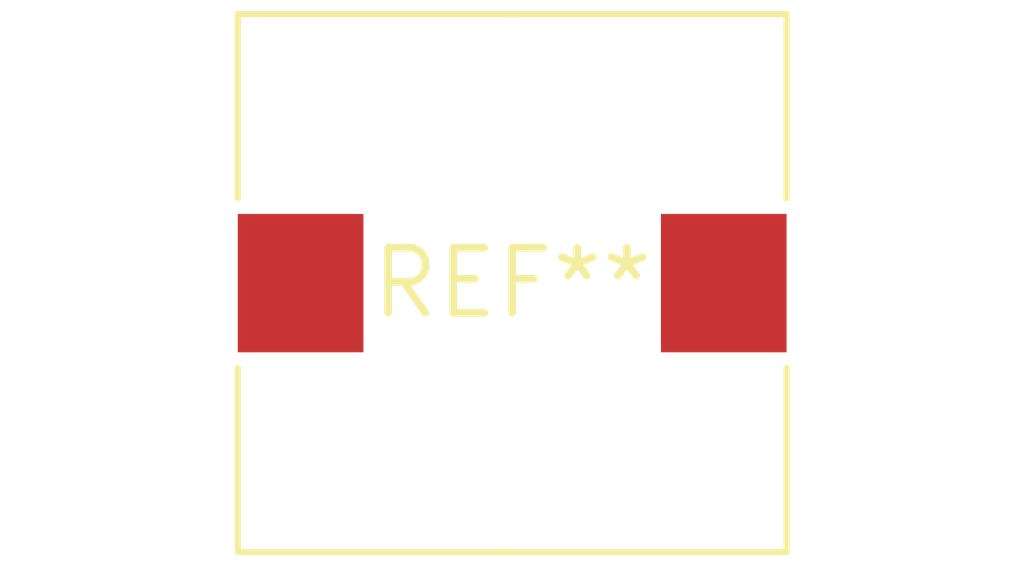
<source format=kicad_pcb>
(kicad_pcb (version 20240108) (generator pcbnew)
  (layers (0 "F.Cu" signal) (31 "B.Cu" signal) (34 "B.Paste" user) (35 "F.Paste" user) (36 "B.SilkS" user "B.Silkscreen") (37 "F.SilkS" user "F.Silkscreen") (38 "B.Mask" user) (39 "F.Mask" user) (44 "Edge.Cuts" user))
  (net 0 "")
  (footprint "L_Wuerth_HCM-1052" (layer "F.Cu") (at 0 0)
    (property "Reference" "REF**")
    (property "Value" "L_Wuerth_HCM-1052")
    (fp_line (start -5.35 -5.25) (end 0 -5.25) (layer "F.SilkS") (stroke (width 0.12)))
    (fp_line (start -5.35 -1.65) (end -5.35 -5.25) (layer "F.SilkS") (stroke (width 0.12)))
    (fp_line (start -5.35 1.65) (end -5.35 5.25) (layer "F.SilkS") (stroke (width 0.12)))
    (fp_line (start -5.35 5.25) (end 0 5.25) (layer "F.SilkS") (stroke (width 0.12)))
    (fp_line (start 5.35 -5.25) (end 0 -5.25) (layer "F.SilkS") (stroke (width 0.12)))
    (fp_line (start 5.35 -1.65) (end 5.35 -5.25) (layer "F.SilkS") (stroke (width 0.12)))
    (fp_line (start 5.35 1.65) (end 5.35 5.25) (layer "F.SilkS") (stroke (width 0.12)))
    (fp_line (start 5.35 5.25) (end 0 5.25) (layer "F.SilkS") (stroke (width 0.12)))
    (pad "1" smd rect (at -4.125 0) (size 2.45 2.7) (layers "F.Cu" "F.Paste" "F.Mask"))
    (pad "2" smd rect (at 4.125 0) (size 2.45 2.7) (layers "F.Cu" "F.Paste" "F.Mask"))
  )
)
</source>
